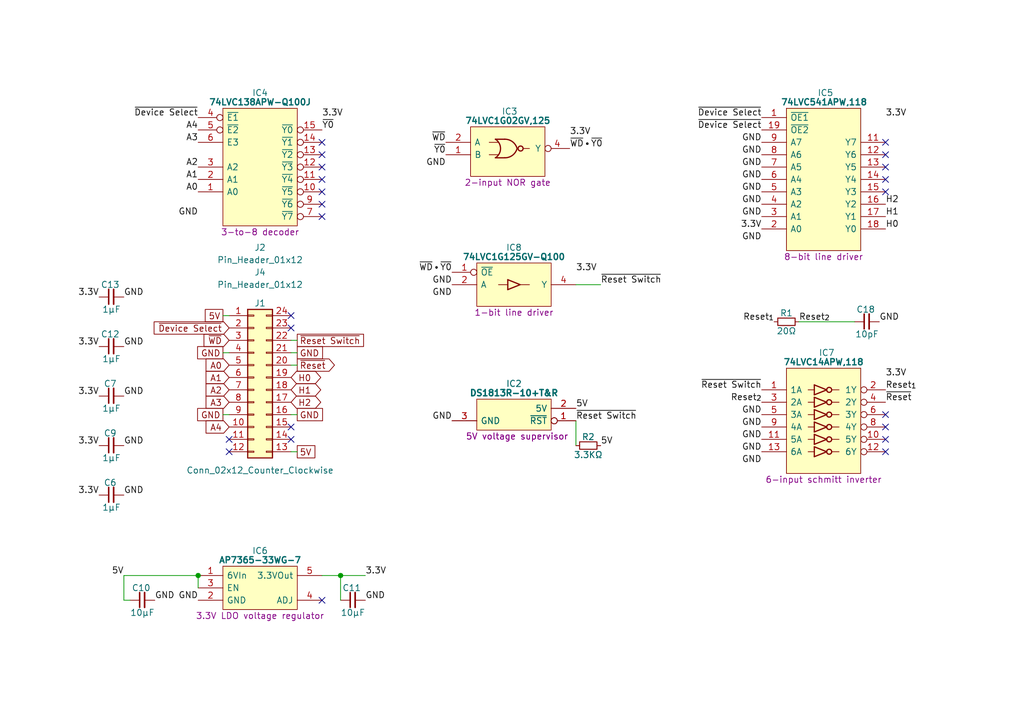
<source format=kicad_sch>
(kicad_sch (version 20250114) (generator "eeschema") (generator_version "9.0")
  (paper "A5")
  (title_block (title "Processor Reset Device") (date "2025-09-19") (rev "V0"))
  (lib_symbols
    (symbol "Connector_Generic:Conn_02x12_Counter_Clockwise" (pin_names (offset 1.016) (hide yes))
      (property "Reference" "J" (at 1.27 15.24 0))
      (property "Value" "Conn_02x12_Counter_Clockwise" (at 1.27 -17.78 0))
      (symbol "Conn_02x12_Counter_Clockwise_1_1"
        (rectangle (start -1.27 13.97) (end 3.81 -16.51) (stroke (width 0.254)) (fill (type background)))
        (rectangle (start -1.27 12.827) (end 0 12.573) (stroke (width 0.1524)))
        (rectangle (start -1.27 10.287) (end 0 10.033) (stroke (width 0.1524)))
        (rectangle (start -1.27 7.747) (end 0 7.493) (stroke (width 0.1524)))
        (rectangle (start -1.27 5.207) (end 0 4.953) (stroke (width 0.1524)))
        (rectangle (start -1.27 2.667) (end 0 2.413) (stroke (width 0.1524)))
        (rectangle (start -1.27 0.127) (end 0 -0.127) (stroke (width 0.1524)))
        (rectangle (start -1.27 -2.413) (end 0 -2.667) (stroke (width 0.1524)))
        (rectangle (start -1.27 -4.953) (end 0 -5.207) (stroke (width 0.1524)))
        (rectangle (start -1.27 -7.493) (end 0 -7.747) (stroke (width 0.1524)))
        (rectangle (start -1.27 -10.033) (end 0 -10.287) (stroke (width 0.1524)))
        (rectangle (start -1.27 -12.573) (end 0 -12.827) (stroke (width 0.1524)))
        (rectangle (start -1.27 -15.113) (end 0 -15.367) (stroke (width 0.1524)))
        (rectangle (start 3.81 12.827) (end 2.54 12.573) (stroke (width 0.1524)))
        (rectangle (start 3.81 10.287) (end 2.54 10.033) (stroke (width 0.1524)))
        (rectangle (start 3.81 7.747) (end 2.54 7.493) (stroke (width 0.1524)))
        (rectangle (start 3.81 5.207) (end 2.54 4.953) (stroke (width 0.1524)))
        (rectangle (start 3.81 2.667) (end 2.54 2.413) (stroke (width 0.1524)))
        (rectangle (start 3.81 0.127) (end 2.54 -0.127) (stroke (width 0.1524)))
        (rectangle (start 3.81 -2.413) (end 2.54 -2.667) (stroke (width 0.1524)))
        (rectangle (start 3.81 -4.953) (end 2.54 -5.207) (stroke (width 0.1524)))
        (rectangle (start 3.81 -7.493) (end 2.54 -7.747) (stroke (width 0.1524)))
        (rectangle (start 3.81 -10.033) (end 2.54 -10.287) (stroke (width 0.1524)))
        (rectangle (start 3.81 -12.573) (end 2.54 -12.827) (stroke (width 0.1524)))
        (rectangle (start 3.81 -15.113) (end 2.54 -15.367) (stroke (width 0.1524)))
        (pin passive line (at -5.08 12.7 0) (length 3.81) (name "Pin_1") (number "1"))
        (pin passive line (at -5.08 10.16 0) (length 3.81) (name "Pin_2") (number "2"))
        (pin passive line (at -5.08 7.62 0) (length 3.81) (name "Pin_3") (number "3"))
        (pin passive line (at -5.08 5.08 0) (length 3.81) (name "Pin_4") (number "4"))
        (pin passive line (at -5.08 2.54 0) (length 3.81) (name "Pin_5") (number "5"))
        (pin passive line (at -5.08 0 0) (length 3.81) (name "Pin_6") (number "6"))
        (pin passive line (at -5.08 -2.54 0) (length 3.81) (name "Pin_7") (number "7"))
        (pin passive line (at -5.08 -5.08 0) (length 3.81) (name "Pin_8") (number "8"))
        (pin passive line (at -5.08 -7.62 0) (length 3.81) (name "Pin_9") (number "9"))
        (pin passive line (at -5.08 -10.16 0) (length 3.81) (name "Pin_10") (number "10"))
        (pin passive line (at -5.08 -12.7 0) (length 3.81) (name "Pin_11") (number "11"))
        (pin passive line (at -5.08 -15.24 0) (length 3.81) (name "Pin_12") (number "12"))
        (pin passive line (at 7.62 12.7 180) (length 3.81) (name "Pin_24") (number "24"))
        (pin passive line (at 7.62 10.16 180) (length 3.81) (name "Pin_23") (number "23"))
        (pin passive line (at 7.62 7.62 180) (length 3.81) (name "Pin_22") (number "22"))
        (pin passive line (at 7.62 5.08 180) (length 3.81) (name "Pin_21") (number "21"))
        (pin passive line (at 7.62 2.54 180) (length 3.81) (name "Pin_20") (number "20"))
        (pin passive line (at 7.62 0 180) (length 3.81) (name "Pin_19") (number "19"))
        (pin passive line (at 7.62 -2.54 180) (length 3.81) (name "Pin_18") (number "18"))
        (pin passive line (at 7.62 -5.08 180) (length 3.81) (name "Pin_17") (number "17"))
        (pin passive line (at 7.62 -7.62 180) (length 3.81) (name "Pin_16") (number "16"))
        (pin passive line (at 7.62 -10.16 180) (length 3.81) (name "Pin_15") (number "15"))
        (pin passive line (at 7.62 -12.7 180) (length 3.81) (name "Pin_14") (number "14"))
        (pin passive line (at 7.62 -15.24 180) (length 3.81) (name "Pin_13") (number "13"))
      )
    )
    (symbol "Diodes_Inc:AP7365-33WG-7" (pin_names (offset 0.762))
      (property "Reference" "IC" (at 12.7 5.08 0))
      (property "Value" "AP7365-33WG-7" (at 12.7 3.175 0))
      (property "Description" "3.3V LDO voltage regulator" (at 12.7 -8.255 0))
      (symbol "AP7365-33WG-7_0_0"
        (pin input line (at 0 -2.54 0) (length 5.08) (name "EN") (number "3"))
        (pin passive line (at 0 -5.08 0) (length 5.08) (name "GND") (number "2"))
        (pin passive line (at 25.4 -5.08 180) (length 5.08) (name "ADJ") (number "4"))
      )
      (symbol "AP7365-33WG-7_0_1"
        (polyline (pts (xy 5.08 1.905) (xy 20.32 1.905) (xy 20.32 -6.985) (xy 5.08 -6.985) (xy 5.08 1.905)) (fill (type background)))
      )
      (symbol "AP7365-33WG-7_1_0"
        (pin passive line (at 0 0 0) (length 5.08) (name "6VIn") (number "1"))
        (pin passive line (at 25.4 0 180) (length 5.08) (name "3.3VOut") (number "5"))
      )
    )
    (symbol "HCP65:C_0805" (pin_numbers (hide yes)) (pin_names (offset 0.254) (hide yes))
      (property "Reference" "C" (at 2.286 2.54 0))
      (property "Value" "?μF" (at 2.54 -2.54 0))
      (symbol "C_0805_0_1"
        (polyline (pts (xy 1.9685 -1.4605) (xy 1.9685 1.5875)) (stroke (width 0.3048)))
        (polyline (pts (xy 2.9845 -1.4605) (xy 2.9845 1.5875)) (stroke (width 0.3302)))
      )
      (symbol "C_0805_1_1"
        (pin passive line (at 0 0 0) (length 2.032) (name "~") (number "1"))
        (pin passive line (at 5.08 0 180) (length 2.032) (name "~") (number "2"))
      )
    )
    (symbol "HCP65:Pin_Header_01x12" (pin_names (offset 1.016) (hide yes))
      (property "Reference" "J" (at 0 1.27 0))
      (property "Value" "Pin_Header_01x12" (at 0 -1.27 0))
    )
    (symbol "HCP65:R_0805" (pin_numbers (hide yes)) (pin_names (hide yes))
      (property "Reference" "R" (at 2.54 1.778 0))
      (property "Value" "?Ω" (at 2.54 -1.905 0))
      (symbol "R_0805_0_1"
        (rectangle (start 0.762 0.762) (end 4.318 -0.762) (stroke (width 0.2032)))
      )
      (symbol "R_0805_1_1"
        (pin passive line (at 0 0 0) (length 0.72) (name "~") (number "1"))
        (pin passive line (at 5.08 0 180) (length 0.72) (name "~") (number "2"))
      )
    )
    (symbol "Maxim:DS1813R-10+T&R" (pin_names (offset 0.762))
      (property "Reference" "IC" (at 12.7 7.62 0))
      (property "Value" "DS1813R-10+T&R" (at 12.7 5.715 0))
      (property "Description" "5V voltage supervisor" (at 13.335 -3.175 0))
      (symbol "DS1813R-10+T&R_0_0"
        (pin passive line (at 0 0 0) (length 5.08) (name "GND") (number "3"))
        (pin passive line (at 25.4 2.54 180) (length 5.08) (name "5V") (number "2"))
        (pin output inverted (at 25.4 0 180) (length 5.08) (name "~{RST}") (number "1"))
      )
      (symbol "DS1813R-10+T&R_0_1"
        (polyline (pts (xy 5.08 4.445) (xy 20.32 4.445) (xy 20.32 -1.905) (xy 5.08 -1.905) (xy 5.08 4.445)) (stroke (width 0.1524)) (fill (type background)))
      )
    )
    (symbol "Nexperia:74LVC138APW-Q100J" (pin_names (offset 0.762))
      (property "Reference" "IC" (at 12.7 3.175 0))
      (property "Value" "74LVC138APW-Q100J" (at 12.7 1.27 0))
      (property "Description" "3-to-8 decoder" (at 12.7 -25.4 0))
      (symbol "74LVC138APW-Q100J_0_0"
        (pin input line (at 0 -6.985 0) (length 5.08) (name "E3") (number "6"))
        (pin input line (at 0 -12.065 0) (length 5.08) (name "A2") (number "3"))
        (pin input line (at 0 -14.605 0) (length 5.08) (name "A1") (number "2"))
        (pin input line (at 0 -17.145 0) (length 5.08) (name "A0") (number "1"))
        (pin passive line (at 0 -22.225 0) (length 5.08) (hide yes) (name "GND") (number "8"))
        (pin passive line (at 25.4 -1.905 180) (length 5.08) (hide yes) (name "3V") (number "16"))
        (pin output inverted (at 25.4 -4.445 180) (length 5.08) (name "~{Y0}") (number "15"))
        (pin output inverted (at 25.4 -6.985 180) (length 5.08) (name "~{Y1}") (number "14"))
        (pin output inverted (at 25.4 -9.525 180) (length 5.08) (name "~{Y2}") (number "13"))
        (pin output inverted (at 25.4 -12.065 180) (length 5.08) (name "~{Y3}") (number "12"))
        (pin output inverted (at 25.4 -14.605 180) (length 5.08) (name "~{Y4}") (number "11"))
        (pin output inverted (at 25.4 -17.145 180) (length 5.08) (name "~{Y5}") (number "10"))
        (pin output inverted (at 25.4 -19.685 180) (length 5.08) (name "~{Y6}") (number "9"))
        (pin output inverted (at 25.4 -22.225 180) (length 5.08) (name "~{Y7}") (number "7"))
      )
      (symbol "74LVC138APW-Q100J_0_1"
        (polyline (pts (xy 5.08 0) (xy 20.32 0) (xy 20.32 -24.13) (xy 5.08 -24.13) (xy 5.08 0)) (stroke (width 0.1524)) (fill (type background)))
      )
      (symbol "74LVC138APW-Q100J_1_0"
        (pin input inverted (at 0 -1.905 0) (length 5.08) (name "~{E1}") (number "4"))
        (pin input inverted (at 0 -4.445 0) (length 5.08) (name "~{E2}") (number "5"))
      )
    )
    (symbol "Nexperia:74LVC14APW,118" (pin_names (offset 0.762))
      (property "Reference" "IC" (at 13.335 7.62 0))
      (property "Value" "74LVC14APW,118" (at 12.7 5.715 0))
      (property "Description" "6-input schmitt inverter" (at 12.7 -18.415 0))
      (symbol "74LVC14APW,118_0_0"
        (pin input line (at 0 0 0) (length 5.08) (name "1A") (number "1"))
        (pin input line (at 0 -2.54 0) (length 5.08) (name "2A") (number "3"))
        (pin input line (at 0 -5.08 0) (length 5.08) (name "3A") (number "5"))
        (pin input line (at 0 -7.62 0) (length 5.08) (name "4A") (number "9"))
        (pin input line (at 0 -10.16 0) (length 5.08) (name "5A") (number "11"))
        (pin input line (at 0 -12.7 0) (length 5.08) (name "6A") (number "13"))
        (pin passive line (at 0 -15.24 0) (length 5.08) (hide yes) (name "GND") (number "7"))
        (pin passive line (at 25.4 2.54 180) (length 5.08) (hide yes) (name "3V") (number "14"))
        (pin output inverted (at 25.4 0 180) (length 5.08) (name "1Y") (number "2"))
        (pin output inverted (at 25.4 -2.54 180) (length 5.08) (name "2Y") (number "4"))
        (pin output inverted (at 25.4 -5.08 180) (length 5.08) (name "3Y") (number "6"))
        (pin output inverted (at 25.4 -7.62 180) (length 5.08) (name "4Y") (number "8"))
        (pin output inverted (at 25.4 -10.16 180) (length 5.08) (name "5Y") (number "10"))
        (pin output inverted (at 25.4 -12.7 180) (length 5.08) (name "6Y") (number "12"))
      )
      (symbol "74LVC14APW,118_0_1"
        (polyline (pts (xy 5.08 4.445) (xy 20.32 4.445) (xy 20.32 -17.145) (xy 5.08 -17.145) (xy 5.08 4.445)) (stroke (width 0.1524)) (fill (type background)))
        (polyline (pts (xy 9.525 0) (xy 10.7949 0)))
        (polyline (pts (xy 9.525 -2.54) (xy 10.7949 -2.54)))
        (polyline (pts (xy 9.525 -5.08) (xy 10.7949 -5.08)))
        (polyline (pts (xy 9.525 -7.62) (xy 10.7949 -7.62)))
        (polyline (pts (xy 9.525 -10.16) (xy 10.7949 -10.16)))
        (polyline (pts (xy 9.525 -12.7) (xy 10.7949 -12.7)))
        (rectangle (start 10.795 1.016) (end 10.795 -1.016) (stroke (width 0.254)) (fill (type background)))
        (polyline (pts (xy 10.795 -1.016) (xy 13.335 0) (xy 10.795 1.016)) (stroke (width 0.254)))
        (rectangle (start 10.795 -1.524) (end 10.795 -3.556) (stroke (width 0.254)) (fill (type background)))
        (polyline (pts (xy 10.795 -3.556) (xy 13.335 -2.54) (xy 10.795 -1.524)) (stroke (width 0.254)))
        (rectangle (start 10.795 -4.064) (end 10.795 -6.096) (stroke (width 0.254)) (fill (type background)))
        (polyline (pts (xy 10.795 -6.096) (xy 13.335 -5.08) (xy 10.795 -4.064)) (stroke (width 0.254)))
        (rectangle (start 10.795 -6.604) (end 10.795 -8.636) (stroke (width 0.254)) (fill (type background)))
        (polyline (pts (xy 10.795 -8.636) (xy 13.335 -7.62) (xy 10.795 -6.604)) (stroke (width 0.254)))
        (rectangle (start 10.795 -9.144) (end 10.795 -11.176) (stroke (width 0.254)) (fill (type background)))
        (polyline (pts (xy 10.795 -11.176) (xy 13.335 -10.16) (xy 10.795 -9.144)) (stroke (width 0.254)))
        (rectangle (start 10.795 -11.684) (end 10.795 -13.716) (stroke (width 0.254)) (fill (type background)))
        (polyline (pts (xy 10.795 -13.716) (xy 13.335 -12.7) (xy 10.795 -11.684)) (stroke (width 0.254)))
        (circle (center 13.843 0) (radius 0.508) (stroke (width 0.254)))
        (circle (center 13.843 -2.54) (radius 0.508) (stroke (width 0.254)))
        (circle (center 13.843 -5.08) (radius 0.508) (stroke (width 0.254)))
        (circle (center 13.843 -7.62) (radius 0.508) (stroke (width 0.254)))
        (circle (center 13.843 -10.16) (radius 0.508) (stroke (width 0.254)))
        (circle (center 13.843 -12.7) (radius 0.508) (stroke (width 0.254)))
        (polyline (pts (xy 14.351 0) (xy 15.875 0)))
        (polyline (pts (xy 14.351 -2.54) (xy 15.875 -2.54)))
        (polyline (pts (xy 14.351 -5.08) (xy 15.875 -5.08)))
        (polyline (pts (xy 14.351 -7.62) (xy 15.875 -7.62)))
        (polyline (pts (xy 14.351 -10.16) (xy 15.875 -10.16)))
        (polyline (pts (xy 14.351 -12.7) (xy 15.875 -12.7)))
      )
    )
    (symbol "Nexperia:74LVC1G02GV,125" (pin_names (offset 0.762))
      (property "Reference" "IC" (at 11.43 6.35 0))
      (property "Value" "74LVC1G02GV,125" (at 3.81 4.445 0))
      (property "Description" "2-input NOR gate" (at 3.81 -8.255 0))
      (symbol "74LVC1G02GV,125_0_0"
        (pin input line (at 0 0 0) (length 5.08) (name "A") (number "2"))
        (pin input line (at 0 -2.54 0) (length 5.08) (name "B") (number "1"))
        (pin passive line (at 0 -5.08 0) (length 5.08) (hide yes) (name "GND") (number "3"))
        (pin passive line (at 25.4 1.27 180) (length 5.08) (hide yes) (name "3V") (number "5"))
        (pin output inverted (at 25.4 -1.27 180) (length 5.08) (name "Y") (number "4"))
      )
      (symbol "74LVC1G02GV,125_0_1"
        (polyline (pts (xy 5.08 3.175) (xy 20.32 3.175) (xy 20.32 -6.985) (xy 5.08 -6.985) (xy 5.08 3.175)) (stroke (width 0.1524)) (fill (type background)))
        (polyline (pts (xy 8.89 0) (xy 10.795 0)))
        (polyline (pts (xy 8.89 -2.54) (xy 10.795 -2.54)))
        (arc (start 10.16 0.635) (mid 11.2105 -1.27) (end 10.16 -3.175) (stroke (width 0.254)))
        (polyline (pts (xy 12.065 0.635) (xy 10.16 0.635)) (stroke (width 0.254)) (fill (type background)))
        (polyline (pts (xy 12.065 -3.175) (xy 10.16 -3.175)) (stroke (width 0.254)) (fill (type background)))
        (arc (start 14.605 -1.27) (mid 13.6635 -2.6605) (end 12.065 -3.175) (stroke (width 0.254)))
        (arc (start 12.065 0.635) (mid 13.664 0.1212) (end 14.605 -1.27) (stroke (width 0.254)))
        (circle (center 15.328 -1.27) (radius 0.508) (stroke (width 0.254)))
        (polyline (pts (xy 15.963 -1.27) (xy 17.145 -1.27)))
      )
    )
    (symbol "Nexperia:74LVC1G125GV-Q100" (pin_names (offset 0.762))
      (property "Reference" "IC" (at 12.7 5.08 0))
      (property "Value" "74LVC1G125GV-Q100" (at 12.7 3.175 0))
      (property "Description" "1-bit line driver" (at 12.7 -8.255 0))
      (symbol "74LVC1G125GV-Q100_0_0"
        (pin input inverted (at 0 0 0) (length 5.08) (name "~{OE}") (number "1"))
        (pin input line (at 0 -2.54 0) (length 5.08) (name "A") (number "2"))
        (pin passive line (at 0 -5.08 0) (length 5.08) (hide yes) (name "GND") (number "3"))
        (pin passive line (at 25.4 0 180) (length 5.08) (hide yes) (name "3V") (number "5"))
        (pin tri_state line (at 25.4 -2.54 180) (length 5.08) (name "Y") (number "4"))
      )
      (symbol "74LVC1G125GV-Q100_0_1"
        (polyline (pts (xy 5.08 1.905) (xy 20.32 1.905) (xy 20.32 -6.985) (xy 5.08 -6.985) (xy 5.08 1.905)) (stroke (width 0.1524)) (fill (type background)))
        (polyline (pts (xy 9.525 -2.54) (xy 11.43 -2.54)))
        (rectangle (start 11.43 -1.524) (end 11.43 -3.556) (stroke (width 0.254)) (fill (type background)))
        (polyline (pts (xy 11.43 -3.556) (xy 13.97 -2.54) (xy 11.43 -1.524)) (stroke (width 0.254)))
        (polyline (pts (xy 13.97 -2.54) (xy 15.875 -2.54)))
      )
    )
    (symbol "Nexperia:74LVC541APW,118" (pin_names (offset 0.762))
      (property "Reference" "IC" (at 11.43 5.08 0))
      (property "Value" "74LVC541APW,118" (at 3.81 3.175 0))
      (property "Description" "8-bit line driver" (at 12.7 -28.575 0))
      (symbol "74LVC541APW,118_0_0"
        (pin input line (at 0 0 0) (length 5.08) (name "~{OE1}") (number "1"))
        (pin input line (at 0 -2.54 0) (length 5.08) (name "~{OE2}") (number "19"))
        (pin input line (at 0 -5.08 0) (length 5.08) (name "A7") (number "9"))
        (pin input line (at 0 -7.62 0) (length 5.08) (name "A6") (number "8"))
        (pin input line (at 0 -10.16 0) (length 5.08) (name "A5") (number "7"))
        (pin input line (at 0 -12.7 0) (length 5.08) (name "A4") (number "6"))
        (pin input line (at 0 -15.24 0) (length 5.08) (name "A3") (number "5"))
        (pin input line (at 0 -17.78 0) (length 5.08) (name "A2") (number "4"))
        (pin input line (at 0 -20.32 0) (length 5.08) (name "A1") (number "3"))
        (pin input line (at 0 -22.86 0) (length 5.08) (name "A0") (number "2"))
        (pin passive line (at 0 -25.4 0) (length 5.08) (hide yes) (name "GND") (number "10"))
        (pin passive line (at 25.4 0 180) (length 5.08) (hide yes) (name "3V") (number "20"))
        (pin tri_state line (at 25.4 -5.08 180) (length 5.08) (name "Y7") (number "11"))
        (pin tri_state line (at 25.4 -7.62 180) (length 5.08) (name "Y6") (number "12"))
        (pin tri_state line (at 25.4 -10.16 180) (length 5.08) (name "Y5") (number "13"))
        (pin tri_state line (at 25.4 -12.7 180) (length 5.08) (name "Y4") (number "14"))
        (pin tri_state line (at 25.4 -15.24 180) (length 5.08) (name "Y3") (number "15"))
        (pin tri_state line (at 25.4 -17.78 180) (length 5.08) (name "Y2") (number "16"))
        (pin tri_state line (at 25.4 -20.32 180) (length 5.08) (name "Y1") (number "17"))
        (pin tri_state line (at 25.4 -22.86 180) (length 5.08) (name "Y0") (number "18"))
      )
      (symbol "74LVC541APW,118_0_1"
        (polyline (pts (xy 5.08 1.905) (xy 20.32 1.905) (xy 20.32 -27.305) (xy 5.08 -27.305) (xy 5.08 1.905)) (stroke (width 0.1524)) (fill (type background)))
      )
    )
  )
  (junction (at 40.64 118.11))
  (junction (at 69.85 118.11))
  (no_connect (at 66.04 41.91))
  (no_connect (at 66.04 39.37))
  (no_connect (at 59.69 90.17))
  (no_connect (at 66.04 123.19))
  (no_connect (at 181.61 39.37))
  (no_connect (at 66.04 36.83))
  (no_connect (at 66.04 34.29))
  (no_connect (at 181.61 29.21))
  (no_connect (at 59.69 87.63))
  (no_connect (at 181.61 92.71))
  (no_connect (at 181.61 87.63))
  (no_connect (at 181.61 34.29))
  (no_connect (at 59.69 64.77))
  (no_connect (at 59.69 67.31))
  (no_connect (at 181.61 90.17))
  (no_connect (at 46.99 90.17))
  (no_connect (at 46.99 92.71))
  (no_connect (at 181.61 85.09))
  (no_connect (at 66.04 31.75))
  (no_connect (at 181.61 31.75))
  (no_connect (at 181.61 36.83))
  (no_connect (at 66.04 44.45))
  (no_connect (at 66.04 29.21))
  (wire (pts (xy 163.83 66.04) (xy 175.26 66.04)))
  (wire (pts (xy 69.85 123.19) (xy 69.85 118.11)))
  (wire (pts (xy 25.4 118.11) (xy 40.64 118.11)))
  (wire (pts (xy 40.64 118.11) (xy 40.64 120.65)))
  (wire (pts (xy 59.69 92.71) (xy 60.96 92.71)))
  (wire (pts (xy 45.72 72.39) (xy 46.99 72.39)))
  (wire (pts (xy 60.96 69.85) (xy 59.69 69.85)))
  (wire (pts (xy 66.04 118.11) (xy 69.85 118.11)))
  (wire (pts (xy 60.96 74.93) (xy 59.69 74.93)))
  (wire (pts (xy 60.96 85.09) (xy 59.69 85.09)))
  (wire (pts (xy 25.4 118.11) (xy 25.4 123.19)))
  (wire (pts (xy 45.72 85.09) (xy 46.99 85.09)))
  (wire (pts (xy 60.96 72.39) (xy 59.69 72.39)))
  (wire (pts (xy 123.19 58.42) (xy 118.11 58.42)))
  (wire (pts (xy 25.4 123.19) (xy 26.67 123.19)))
  (wire (pts (xy 45.72 64.77) (xy 46.99 64.77)))
  (wire (pts (xy 69.85 118.11) (xy 74.93 118.11)))
  (wire (pts (xy 118.11 86.36) (xy 118.11 91.44)))
  (label "5V" (at 118.11 83.82 0))
  (label "GND" (at 25.4 60.96 0))
  (label "GND" (at 92.71 60.96 180))
  (label "5V" (at 123.19 91.44 0))
  (label "GND" (at 180.34 66.04 0))
  (label "A0" (at 40.64 39.37 180))
  (label "3.3V" (at 181.61 77.47 0))
  (label "H1" (at 181.61 44.45 0))
  (label "3.3V" (at 116.84 27.94 0))
  (label "GND" (at 74.93 123.19 0))
  (label "A1" (at 40.64 36.83 180))
  (label "GND" (at 156.21 41.91 180))
  (label "GND" (at 25.4 101.6 0))
  (label "~{Device Select}" (at 156.21 26.67 180))
  (label "3.3V" (at 66.04 24.13 0))
  (label "Reset_{1}" (at 158.75 66.04 180))
  (label "Reset_{1}" (at 181.61 80.01 0))
  (label "3.3V" (at 20.32 91.44 180))
  (label "~{WD}•~{Y0}" (at 92.71 55.88 180))
  (label "~{Reset Switch}" (at 118.11 86.36 0))
  (label "GND" (at 92.71 86.36 180))
  (label "GND" (at 31.75 123.19 0))
  (label "5V" (at 25.4 118.11 180))
  (label "3.3V" (at 20.32 60.96 180))
  (label "GND" (at 25.4 91.44 0))
  (label "H2" (at 181.61 41.91 0))
  (label "3.3V" (at 20.32 71.12 180))
  (label "GND" (at 156.21 87.63 180))
  (label "GND" (at 40.64 123.19 180))
  (label "~{Y0}" (at 66.04 26.67 0))
  (label "GND" (at 92.71 58.42 180))
  (label "3.3V" (at 118.11 55.88 0))
  (label "3.3V" (at 20.32 101.6 180))
  (label "~{Reset Switch}" (at 123.19 58.42 0))
  (label "GND" (at 156.21 95.25 180))
  (label "GND" (at 91.44 34.29 180))
  (label "GND" (at 25.4 71.12 0))
  (label "GND" (at 156.21 44.45 180))
  (label "A4" (at 40.64 26.67 180))
  (label "GND" (at 156.21 31.75 180))
  (label "GND" (at 156.21 36.83 180))
  (label "GND" (at 156.21 49.53 180))
  (label "H0" (at 181.61 46.99 0))
  (label "3.3V" (at 156.21 46.99 180))
  (label "~{Reset}" (at 181.61 82.55 0))
  (label "GND" (at 40.64 44.45 180))
  (label "~{Device Select}" (at 156.21 24.13 180))
  (label "GND" (at 156.21 29.21 180))
  (label "3.3V" (at 74.93 118.11 0))
  (label "A2" (at 40.64 34.29 180))
  (label "A3" (at 40.64 29.21 180))
  (label "~{Reset Switch}" (at 156.21 80.01 180))
  (label "~{Y0}" (at 91.44 31.75 180))
  (label "3.3V" (at 181.61 24.13 0))
  (label "Reset_{2}" (at 156.21 82.55 180))
  (label "Reset_{2}" (at 163.83 66.04 0))
  (label "GND" (at 156.21 90.17 180))
  (label "GND" (at 156.21 85.09 180))
  (label "GND" (at 156.21 39.37 180))
  (label "~{WD}" (at 91.44 29.21 180))
  (label "3.3V" (at 20.32 81.28 180))
  (label "~{WD}•~{Y0}" (at 116.84 30.48 0))
  (label "GND" (at 156.21 92.71 180))
  (label "~{Device Select}" (at 40.64 24.13 180))
  (label "GND" (at 156.21 34.29 180))
  (label "GND" (at 25.4 81.28 0))
  (global_label "~{WD}" (shape input) (at 46.99 69.85 180) (property "Intersheetrefs" "${INTERSHEET_REFS}" (effects (hide yes))))
  (global_label "A0" (shape input) (at 46.99 74.93 180) (property "Intersheetrefs" "${INTERSHEET_REFS}" (effects (hide yes))))
  (global_label "H0" (shape tri_state) (at 59.69 77.47 0) (property "Intersheetrefs" "${INTERSHEET_REFS}" (effects (hide yes))))
  (global_label "~{Device Select}" (shape input) (at 46.99 67.31 180) (property "Intersheetrefs" "${INTERSHEET_REFS}" (effects (hide yes))))
  (global_label "A1" (shape input) (at 46.99 77.47 180) (property "Intersheetrefs" "${INTERSHEET_REFS}" (effects (hide yes))))
  (global_label "A2" (shape input) (at 46.99 80.01 180) (property "Intersheetrefs" "${INTERSHEET_REFS}" (effects (hide yes))))
  (global_label "A4" (shape input) (at 46.99 87.63 180) (property "Intersheetrefs" "${INTERSHEET_REFS}" (effects (hide yes))))
  (global_label "5V" (shape passive) (at 45.72 64.77 180) (property "Intersheetrefs" "${INTERSHEET_REFS}" (effects (hide yes))))
  (global_label "GND" (shape passive) (at 60.96 72.39 0) (property "Intersheetrefs" "${INTERSHEET_REFS}" (effects (hide yes))))
  (global_label "5V" (shape passive) (at 60.96 92.71 0) (property "Intersheetrefs" "${INTERSHEET_REFS}" (effects (hide yes))))
  (global_label "H2" (shape tri_state) (at 59.69 82.55 0) (property "Intersheetrefs" "${INTERSHEET_REFS}" (effects (hide yes))))
  (global_label "GND" (shape passive) (at 45.72 72.39 180) (property "Intersheetrefs" "${INTERSHEET_REFS}" (effects (hide yes))))
  (global_label "GND" (shape passive) (at 60.96 85.09 0) (property "Intersheetrefs" "${INTERSHEET_REFS}" (effects (hide yes))))
  (global_label "~{Reset Switch}" (shape passive) (at 60.96 69.85 0) (property "Intersheetrefs" "${INTERSHEET_REFS}" (effects (hide yes))))
  (global_label "H1" (shape tri_state) (at 59.69 80.01 0) (property "Intersheetrefs" "${INTERSHEET_REFS}" (effects (hide yes))))
  (global_label "GND" (shape passive) (at 45.72 85.09 180) (property "Intersheetrefs" "${INTERSHEET_REFS}" (effects (hide yes))))
  (global_label "A3" (shape input) (at 46.99 82.55 180) (property "Intersheetrefs" "${INTERSHEET_REFS}" (effects (hide yes))))
  (global_label "~{Reset}" (shape output) (at 60.96 74.93 0) (property "Intersheetrefs" "${INTERSHEET_REFS}" (effects (hide yes))))
  (symbol (lib_id "HCP65:Pin_Header_01x12") (at 53.34 57.15 0) (unit 1)
    (property "Reference" "J4" (at 53.34 55.88 0))
    (property "Value" "Pin_Header_01x12" (at 53.34 58.42 0))
    (property "Footprint" "SamacSys_Parts:PinHeader_1x12_P2.54mm_Vertical" (effects (hide yes)))
  )
  (symbol (lib_id "HCP65:C_0805") (at 20.32 101.6 0) (unit 1)
    (property "Reference" "C6" (at 22.606 99.06 0))
    (property "Value" "1μF" (at 22.86 104.14 0))
    (property "Footprint" "SamacSys_Parts:C_0805" (effects (hide yes)))
  )
  (symbol (lib_id "HCP65:Pin_Header_01x12") (at 53.34 52.07 0) (mirror y) (unit 1)
    (property "Reference" "J2" (at 53.34 50.8 0))
    (property "Value" "Pin_Header_01x12" (at 53.34 53.34 0))
    (property "Footprint" "SamacSys_Parts:PinHeader_1x12_P2.54mm_Vertical" (effects (hide yes)))
  )
  (symbol (lib_id "Nexperia:74LVC1G02GV,125") (at 91.44 29.21 0) (unit 1)
    (property "Reference" "IC3" (at 102.87 22.86 0) (effects (justify left)))
    (property "Value" "74LVC1G02GV,125" (at 95.25 24.765 0) (effects (font (bold yes)) (justify left)))
    (property "Footprint" "SamacSys_Parts:SOT95P275X110-5N" (effects (hide yes)))
    (property "Datasheet" "https://assets.nexperia.com/documents/data-sheet/74LVC1G02.pdf" (effects (hide yes)))
    (property "Description" "2-input NOR gate" (at 95.25 37.465 0) (effects (justify left)))
    (property "Height" "1.1" (effects (hide yes)))
    (property "Manufacturer_Name" "Nexperia" (effects (hide yes)))
    (property "Manufacturer_Part_Number" "74LVC1G02GV,125" (effects (hide yes)))
    (property "Mouser Part Number" "771-LVC1G02GV125" (effects (hide yes)))
    (property "Mouser Price/Stock" "https://www.mouser.co.uk/ProductDetail/Nexperia/74LVC1G02GV125?qs=me8TqzrmIYX6GMf4PLx9gg%3D%3D" (effects (hide yes)))
    (property "Silkscreen" "'1G02" (effects (hide yes)))
    (property "Garbage" "74LVC1G02 - Single 2-input NOR gate@en-us" (effects (hide yes)))
  )
  (symbol (lib_id "HCP65:C_0805") (at 175.26 66.04 0) (unit 1)
    (property "Reference" "C18" (at 177.546 63.5 0))
    (property "Value" "10pF" (at 177.8 68.58 0))
    (property "Footprint" "SamacSys_Parts:C_0805" (effects (hide yes)))
  )
  (symbol (lib_id "Nexperia:74LVC1G125GV-Q100") (at 92.71 55.88 0) (unit 1)
    (property "Reference" "IC8" (at 105.41 50.8 0))
    (property "Value" "74LVC1G125GV-Q100" (at 105.41 52.705 0) (effects (font (bold yes))))
    (property "Footprint" "SamacSys_Parts:SOT95P275X110-5N" (effects (hide yes)))
    (property "Datasheet" "https://assets.nexperia.com/documents/data-sheet/74LVC1G125_Q100.pdf" (effects (hide yes)))
    (property "Description" "1-bit line driver" (at 105.41 64.135 0))
    (property "Height" "1.1" (effects (hide yes)))
    (property "Mouser Part Number" "771-74LVC1G125GVQ100" (effects (hide yes)))
    (property "Mouser Price/Stock" "https://www.mouser.co.uk/ProductDetail/Nexperia/74LVC1G125GV-Q100?qs=vnbNJPHmPnMppZZ6gawcFw%3D%3D" (effects (hide yes)))
    (property "Manufacturer_Name" "Nexperia" (effects (hide yes)))
    (property "Manufacturer_Part_Number" "74LVC1G125GV-Q100," (effects (hide yes)))
    (property "Silkscreen" "'1G125" (effects (hide yes)))
  )
  (symbol (lib_id "Nexperia:74LVC138APW-Q100J") (at 40.64 22.225 0) (unit 1)
    (property "Reference" "IC4" (at 53.34 19.05 0))
    (property "Value" "74LVC138APW-Q100J" (at 53.34 20.955 0) (effects (font (bold yes))))
    (property "Footprint" "SamacSys_Parts:SOP65P640X110-16N" (effects (hide yes)))
    (property "Datasheet" "https://assets.nexperia.com/documents/data-sheet/74LVC138A_Q100.pdf" (effects (hide yes)))
    (property "Description" "3-to-8 decoder" (at 53.34 47.625 0))
    (property "Height" "1.1" (effects (hide yes)))
    (property "Mouser Part Number" "771-74LVC138APWQ100J" (effects (hide yes)))
    (property "Mouser Price/Stock" "https://www.mouser.co.uk/ProductDetail/Nexperia/74LVC138APW-Q100J?qs=fi7yB2oewZnXKE82xo%252BhJQ%3D%3D" (effects (hide yes)))
    (property "Manufacturer_Name" "Nexperia" (effects (hide yes)))
    (property "Manufacturer_Part_Number" "74LVC138APW-Q100J" (effects (hide yes)))
    (property "Silkscreen" "74LVC138" (effects (hide yes)))
  )
  (symbol (lib_id "Maxim:DS1813R-10+T&R") (at 92.71 86.36 0) (unit 1)
    (property "Reference" "IC2" (at 105.41 78.74 0))
    (property "Value" "DS1813R-10+T&R" (at 105.41 80.645 0) (effects (font (bold yes))))
    (property "Footprint" "SamacSys_Parts:SOT95P237X112-3N" (effects (hide yes)))
    (property "Datasheet" "https://componentsearchengine.com/Datasheets/2/DS1813R-10+T&R.pdf" (effects (hide yes)))
    (property "Description" "5V voltage supervisor" (at 106.045 89.535 0))
    (property "Height" "1.12" (effects (hide yes)))
    (property "Mouser Part Number" "700-DS1813R-10T&R" (effects (hide yes)))
    (property "Mouser Price/Stock" "https://www.mouser.co.uk/ProductDetail/Maxim-Integrated/DS1813R-10%2bTR?qs=0Y9aZN%252BMVCUEX%2FgvPX%252B6Nw%3D%3D" (effects (hide yes)))
    (property "Manufacturer_Name" "Maxim Integrated" (effects (hide yes)))
    (property "Manufacturer_Part_Number" "DS1813R-10+T&R" (effects (hide yes)))
    (property "Silkscreen" "DS1813" (effects (hide yes)))
  )
  (symbol (lib_id "Nexperia:74LVC541APW,118") (at 156.21 24.13 0) (unit 1)
    (property "Reference" "IC5" (at 167.64 19.05 0) (effects (justify left)))
    (property "Value" "74LVC541APW,118" (at 160.02 20.955 0) (effects (font (bold yes)) (justify left)))
    (property "Footprint" "SamacSys_Parts:SOP65P640X110-20N" (effects (hide yes)))
    (property "Datasheet" "https://assets.nexperia.com/documents/data-sheet/74LVC541A.pdf" (effects (hide yes)))
    (property "Description" "8-bit line driver" (at 168.91 52.705 0))
    (property "Height" "1.1" (effects (hide yes)))
    (property "Mouser Part Number" "771-74LVC541APW-T" (effects (hide yes)))
    (property "Mouser Price/Stock" "https://www.mouser.co.uk/ProductDetail/Nexperia/74LVC541APW118?qs=me8TqzrmIYXvoPByM7nnJQ%3D%3D" (effects (hide yes)))
    (property "Manufacturer_Name" "Nexperia" (effects (hide yes)))
    (property "Manufacturer_Part_Number" "74LVC541APW,118" (effects (hide yes)))
    (property "Silkscreen" "74LVC541" (effects (hide yes)))
    (property "Garbage" "74LVC541A - Octal buffer/line driver with 5 V tolerant inputs/outputs; 3-state@en-us" (effects (hide yes)))
  )
  (symbol (lib_id "HCP65:C_0805") (at 20.32 60.96 0) (unit 1)
    (property "Reference" "C13" (at 22.606 58.42 0))
    (property "Value" "1μF" (at 22.86 63.5 0))
    (property "Footprint" "SamacSys_Parts:C_0805" (effects (hide yes)))
  )
  (symbol (lib_id "HCP65:C_0805") (at 20.32 71.12 0) (unit 1)
    (property "Reference" "C12" (at 22.606 68.58 0))
    (property "Value" "1μF" (at 22.86 73.66 0))
    (property "Footprint" "SamacSys_Parts:C_0805" (effects (hide yes)))
  )
  (symbol (lib_id "HCP65:C_0805") (at 26.67 123.19 0) (unit 1)
    (property "Reference" "C10" (at 28.956 120.65 0))
    (property "Value" "10µF" (at 26.67 125.73 0) (effects (justify left)))
    (property "Footprint" "SamacSys_Parts:C_0805" (effects (hide yes)))
  )
  (symbol (lib_id "Diodes_Inc:AP7365-33WG-7") (at 40.64 118.11 0) (unit 1)
    (property "Reference" "IC6" (at 53.34 113.03 0))
    (property "Value" "AP7365-33WG-7" (at 53.34 114.935 0) (effects (font (bold yes))))
    (property "Footprint" "SamacSys_Parts:SOT95P285X130-5N" (effects (hide yes)))
    (property "Datasheet" "https://componentsearchengine.com/Datasheets/1/AP7365-33WG-7.pdf" (effects (hide yes)))
    (property "Description" "3.3V LDO voltage regulator" (at 53.34 126.365 0))
    (property "Height" "1.3" (effects (hide yes)))
    (property "Manufacturer_Name" "Diodes Inc." (effects (hide yes)))
    (property "Manufacturer_Part_Number" "AP7365-33WG-7" (effects (hide yes)))
    (property "Mouser Part Number" "621-AP7365-33WG-7" (effects (hide yes)))
    (property "Mouser Price/Stock" "https://www.mouser.co.uk/ProductDetail/Diodes-Incorporated/AP7365-33WG-7?qs=abZ1nkZpTuOZFvxvoFPL0w%3D%3D" (effects (hide yes)))
    (property "Arrow Part Number" "AP7365-33WG-7" (effects (hide yes)))
    (property "Arrow Price/Stock" "https://www.arrow.com/en/products/ap7365-33wg-7/diodes-incorporated?region=nac" (effects (hide yes)))
    (property "Silkscreen" "AP7365" (effects (hide yes)))
  )
  (symbol (lib_id "HCP65:R_0805") (at 158.75 66.04 0) (unit 1)
    (property "Reference" "R1" (at 161.29 64.262 0))
    (property "Value" "20Ω" (at 161.29 67.945 0))
    (property "Footprint" "SamacSys_Parts:R_0805" (effects (hide yes)))
  )
  (symbol (lib_id "HCP65:C_0805") (at 20.32 81.28 0) (unit 1)
    (property "Reference" "C7" (at 22.606 78.74 0))
    (property "Value" "1μF" (at 22.86 83.82 0))
    (property "Footprint" "SamacSys_Parts:C_0805" (effects (hide yes)))
  )
  (symbol (lib_id "HCP65:C_0805") (at 69.85 123.19 0) (unit 1)
    (property "Reference" "C11" (at 72.136 120.65 0))
    (property "Value" "10µF" (at 69.85 125.73 0) (effects (justify left)))
    (property "Footprint" "SamacSys_Parts:C_0805" (effects (hide yes)))
  )
  (symbol (lib_id "Nexperia:74LVC14APW,118") (at 156.21 80.01 0) (unit 1)
    (property "Reference" "IC7" (at 169.545 72.39 0))
    (property "Value" "74LVC14APW,118" (at 168.91 74.295 0) (effects (font (bold yes))))
    (property "Footprint" "SamacSys_Parts:SOP65P640X110-14N" (effects (hide yes)))
    (property "Datasheet" "https://assets.nexperia.com/documents/data-sheet/74LVC14A.pdf" (effects (hide yes)))
    (property "Description" "6-input schmitt inverter" (at 168.91 98.425 0))
    (property "Height" "1.1" (effects (hide yes)))
    (property "Manufacturer_Name" "Nexperia" (effects (hide yes)))
    (property "Manufacturer_Part_Number" "74LVC14APW,118" (effects (hide yes)))
    (property "Mouser Part Number" "771-74LVC14APW-T" (effects (hide yes)))
    (property "Mouser Price/Stock" "https://www.mouser.co.uk/ProductDetail/Nexperia/74LVC14APW118?qs=me8TqzrmIYUSyqWqvgpEbA%3D%3D" (effects (hide yes)))
    (property "Silkscreen" "74LVC14" (effects (hide yes)))
    (property "Garbage" "74LVC14A - Hex inverting Schmitt trigger with 5 V tolerant input@en-us" (effects (hide yes)))
  )
  (symbol (lib_id "HCP65:R_0805") (at 118.11 91.44 0) (unit 1)
    (property "Reference" "R2" (at 120.65 89.662 0))
    (property "Value" "3.3KΩ" (at 120.65 93.345 0))
    (property "Footprint" "SamacSys_Parts:R_0805" (effects (hide yes)))
  )
  (symbol (lib_id "Connector_Generic:Conn_02x12_Counter_Clockwise") (at 52.07 77.47 0) (unit 1)
    (property "Reference" "J1" (at 53.34 62.23 0))
    (property "Value" "Conn_02x12_Counter_Clockwise" (at 53.34 96.52 0))
    (property "Footprint" "SamacSys_Parts:DIP-24_Board_W22.86mm" (effects (hide yes)))
    (property "Description" "Generic connector, double row, 02x12, counter clockwise pin numbering scheme (similar to DIP package numbering), script generated (kicad-library-utils/schlib/autogen/connector/)" (effects (hide yes)))
  )
  (symbol (lib_id "HCP65:C_0805") (at 20.32 91.44 0) (unit 1)
    (property "Reference" "C9" (at 22.606 88.9 0))
    (property "Value" "1μF" (at 22.86 93.98 0))
    (property "Footprint" "SamacSys_Parts:C_0805" (effects (hide yes)))
  )
)
</source>
